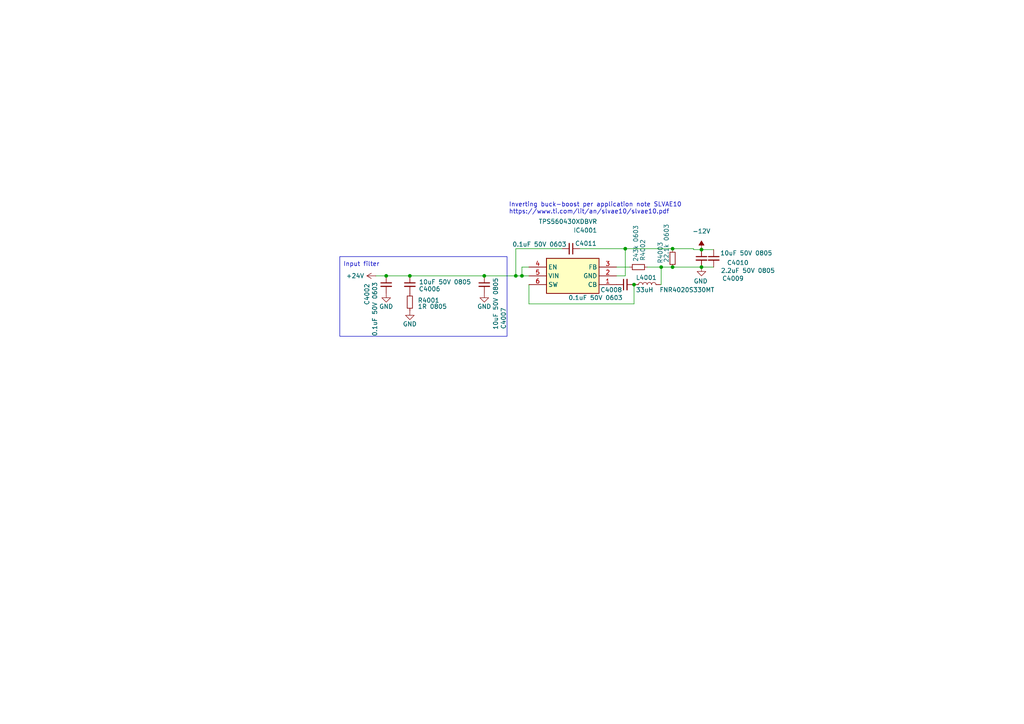
<source format=kicad_sch>
(kicad_sch (version 20231120) (generator "eeschema") (generator_version "8.0")
  (paper "A4")
  (lib_symbols
    (symbol "C_Small_1" (pin_numbers hide) (pin_names (offset 0.254) hide)
      (property "Reference" "C12002" (at 10.922 -2.032 0))
      (property "Value" "10uF 50V 0805" (at 17.78 0.762 0))
      (symbol "C_Small_1_0_1"
        (polyline (pts (xy -1.524 -0.508) (xy 1.524 -0.508)) (stroke (width 0.3302)))
        (polyline (pts (xy -1.524 0.508) (xy 1.524 0.508)) (stroke (width 0.3048)))
      )
      (symbol "C_Small_1_1_1"
        (pin passive line (at 0 2.54 270) (length 2.032) (name "~") (number "1"))
        (pin passive line (at 0 -2.54 90) (length 2.032) (name "~") (number "2"))
      )
    )
    (symbol "C_Small_2" (pin_numbers hide) (pin_names (offset 0.254) hide)
      (property "Reference" "C12003" (at 10.922 -2.032 0))
      (property "Value" "10uF 50V 0805" (at 17.78 0.762 0))
      (symbol "C_Small_2_0_1"
        (polyline (pts (xy -1.524 -0.508) (xy 1.524 -0.508)) (stroke (width 0.3302)))
        (polyline (pts (xy -1.524 0.508) (xy 1.524 0.508)) (stroke (width 0.3048)))
      )
      (symbol "C_Small_2_1_1"
        (pin passive line (at 0 2.54 270) (length 2.032) (name "~") (number "1"))
        (pin passive line (at 0 -2.54 90) (length 2.032) (name "~") (number "2"))
      )
    )
    (symbol "Device:C_Small" (pin_numbers hide) (pin_names (offset 0.254) hide)
      (property "Reference" "C" (at 0.254 1.778 0))
      (property "Value" "C_Small" (at 0.254 -2.032 0))
      (symbol "C_Small_0_1"
        (polyline (pts (xy -1.524 -0.508) (xy 1.524 -0.508)) (stroke (width 0.3302)))
        (polyline (pts (xy -1.524 0.508) (xy 1.524 0.508)) (stroke (width 0.3048)))
      )
      (symbol "C_Small_1_1"
        (pin passive line (at 0 2.54 270) (length 2.032) (name "~") (number "1"))
        (pin passive line (at 0 -2.54 90) (length 2.032) (name "~") (number "2"))
      )
    )
    (symbol "Device:L" (pin_numbers hide) (pin_names (offset 1.016) hide)
      (property "Reference" "L" (at -1.27 0 90))
      (property "Value" "L" (at 1.905 0 90))
      (symbol "L_0_1"
        (arc (start 0 -2.54) (mid 0.6323 -1.905) (end 0 -1.27))
        (arc (start 0 -1.27) (mid 0.6323 -0.635) (end 0 0))
        (arc (start 0 0) (mid 0.6323 0.635) (end 0 1.27))
        (arc (start 0 1.27) (mid 0.6323 1.905) (end 0 2.54))
      )
      (symbol "L_1_1"
        (pin passive line (at 0 3.81 270) (length 1.27) (name "1") (number "1"))
        (pin passive line (at 0 -3.81 90) (length 1.27) (name "2") (number "2"))
      )
    )
    (symbol "Device:R_Small" (pin_numbers hide) (pin_names (offset 0.254) hide)
      (property "Reference" "R" (at 0.762 0.508 0))
      (property "Value" "R_Small" (at 0.762 -1.016 0))
      (symbol "R_Small_0_1"
        (rectangle (start -0.762 1.778) (end 0.762 -1.778) (stroke (width 0.2032)))
      )
      (symbol "R_Small_1_1"
        (pin passive line (at 0 2.54 270) (length 0.762) (name "~") (number "1"))
        (pin passive line (at 0 -2.54 90) (length 0.762) (name "~") (number "2"))
      )
    )
    (symbol "R_Small_1" (pin_numbers hide) (pin_names (offset 0.254) hide)
      (property "Reference" "R12003" (at 2.286 1.2701 0))
      (property "Value" "1R 0805" (at 2.286 -1.2699 0))
      (symbol "R_Small_1_0_1"
        (rectangle (start -0.762 1.778) (end 0.762 -1.778) (stroke (width 0.2032)))
      )
      (symbol "R_Small_1_1_1"
        (pin passive line (at 0 2.54 270) (length 0.762) (name "~") (number "1"))
        (pin passive line (at 0 -2.54 90) (length 0.762) (name "~") (number "2"))
      )
    )
    (symbol "aaa:TPS560430XDBVR"
      (property "Reference" "IC12001" (at 5.08 -11.176 0))
      (property "Value" "TPS560430XDBVR" (at 5.08 -13.716 0))
      (symbol "TPS560430XDBVR_1_1"
        (rectangle (start 5.08 2.54) (end 20.32 -7.62) (stroke (width 0.254)) (fill (type background)))
        (pin passive line (at 0 0 0) (length 5.08) (name "CB") (number "1"))
        (pin passive line (at 0 -2.54 0) (length 5.08) (name "GND") (number "2"))
        (pin passive line (at 0 -5.08 0) (length 5.08) (name "FB") (number "3"))
        (pin passive line (at 25.4 -5.08 180) (length 5.08) (name "EN") (number "4"))
        (pin passive line (at 25.4 -2.54 180) (length 5.08) (name "VIN") (number "5"))
        (pin passive line (at 25.4 0 180) (length 5.08) (name "SW") (number "6"))
      )
    )
    (symbol "power:+24V" (power) (pin_numbers hide) (pin_names (offset 0) hide)
      (property "Value" "+24V" (at 0 3.556 0))
      (symbol "+24V_0_1"
        (polyline (pts (xy -0.762 1.27) (xy 0 2.54)))
        (polyline (pts (xy 0 0) (xy 0 2.54)))
        (polyline (pts (xy 0 2.54) (xy 0.762 1.27)))
      )
      (symbol "+24V_1_1"
        (pin power_in line (at 0 0 90) (length 0) (name "~") (number "1"))
      )
    )
    (symbol "power:-12V" (power) (pin_numbers hide) (pin_names (offset 0) hide)
      (property "Value" "-12V" (at 0 3.556 0))
      (symbol "-12V_0_0"
        (pin power_in line (at 0 0 90) (length 0) (name "~") (number "1"))
      )
      (symbol "-12V_0_1"
        (polyline (pts (xy 0 0) (xy 0 1.27) (xy 0.762 1.27) (xy 0 2.54) (xy -0.762 1.27) (xy 0 1.27)) (fill (type outline)))
      )
    )
    (symbol "power:GND" (power) (pin_names (offset 0))
      (property "Value" "GND" (at 0 -3.81 0))
      (symbol "GND_0_1"
        (polyline (pts (xy 0 0) (xy 0 -1.27) (xy 1.27 -1.27) (xy 0 -2.54) (xy -1.27 -1.27) (xy 0 -1.27)))
      )
      (symbol "GND_1_1"
        (pin power_in line (at 0 0 270) (length 0) hide (name "GND") (number "1"))
      )
    )
  )
  (junction (at 191.77 77.47))
  (junction (at 149.606 80.01))
  (junction (at 118.872 80.01))
  (junction (at 112.014 80.01))
  (junction (at 195.072 72.136))
  (junction (at 195.072 77.47))
  (junction (at 183.896 82.55))
  (junction (at 181.356 72.136))
  (junction (at 140.462 80.01))
  (junction (at 203.454 72.39))
  (junction (at 203.454 77.47))
  (junction (at 151.384 80.01))
  (wire (pts (xy 203.454 72.39) (xy 207.01 72.39)))
  (wire (pts (xy 191.516 82.55) (xy 191.77 82.55)))
  (wire (pts (xy 118.872 80.01) (xy 140.462 80.01)))
  (wire (pts (xy 201.168 72.39) (xy 203.454 72.39)))
  (wire (pts (xy 153.416 88.138) (xy 183.896 88.138)))
  (wire (pts (xy 153.416 82.55) (xy 153.416 88.138)))
  (wire (pts (xy 187.706 77.47) (xy 191.77 77.47)))
  (wire (pts (xy 178.816 77.47) (xy 182.626 77.47)))
  (wire (pts (xy 183.896 88.138) (xy 183.896 82.55)))
  (wire (pts (xy 149.606 72.136) (xy 163.068 72.136)))
  (wire (pts (xy 149.606 72.136) (xy 149.606 80.01)))
  (wire (pts (xy 181.356 80.01) (xy 178.816 80.01)))
  (wire (pts (xy 195.072 72.136) (xy 181.356 72.136)))
  (wire (pts (xy 201.168 72.136) (xy 201.168 72.39)))
  (wire (pts (xy 151.384 77.47) (xy 151.384 80.01)))
  (wire (pts (xy 168.148 72.136) (xy 181.356 72.136)))
  (wire (pts (xy 153.416 77.47) (xy 151.384 77.47)))
  (wire (pts (xy 149.606 80.01) (xy 151.384 80.01)))
  (wire (pts (xy 203.454 77.47) (xy 207.01 77.47)))
  (wire (pts (xy 191.77 82.55) (xy 191.77 77.47)))
  (wire (pts (xy 112.014 80.01) (xy 108.966 80.01)))
  (wire (pts (xy 118.872 80.01) (xy 112.014 80.01)))
  (wire (pts (xy 151.384 80.01) (xy 153.416 80.01)))
  (wire (pts (xy 181.356 72.136) (xy 181.356 80.01)))
  (wire (pts (xy 195.072 72.39) (xy 195.072 72.136)))
  (wire (pts (xy 140.462 80.01) (xy 149.606 80.01)))
  (wire (pts (xy 195.072 72.136) (xy 201.168 72.136)))
  (wire (pts (xy 191.77 77.47) (xy 195.072 77.47)))
  (wire (pts (xy 195.072 77.47) (xy 203.454 77.47)))
  (rectangle (start 98.552 74.422) (end 147.066 97.536))
  (text "Inverting buck-boost per application note SLVAE10 \nhttps://www.ti.com/lit/an/slvae10/slvae10.pdf" (at 147.574 62.23 0) (effects (font (size 1.27 1.27)) (justify left bottom)))
  (text "Input filter" (at 99.568 77.47 0) (effects (font (size 1.27 1.27)) (justify left bottom)))
  (symbol (lib_id "Device:C_Small") (at 112.014 82.55 0) (unit 1)
    (property "Reference" "C4002" (at 106.426 85.344 90))
    (property "Value" "0.1uF 50V 0603" (at 108.712 89.662 90))
    (property "Footprint" "Capacitor_SMD:C_0603_1608Metric" (effects (hide yes)))
    (property "Description" "Unpolarized capacitor, small symbol" (effects (hide yes)))
    (property "LCSC" "C14663" (effects (hide yes)))
  )
  (symbol (lib_id "Device:C_Small") (at 181.356 82.55 90) (unit 1)
    (property "Reference" "C4008" (at 177.292 84.074 90))
    (property "Value" "0.1uF 50V 0603" (at 172.72 86.36 90))
    (property "Footprint" "Capacitor_SMD:C_0603_1608Metric" (effects (hide yes)))
    (property "Description" "Unpolarized capacitor, small symbol" (effects (hide yes)))
    (property "LCSC" "C14663" (effects (hide yes)))
  )
  (symbol (lib_name "C_Small_2") (lib_id "Device:C_Small") (at 140.462 82.55 0) (unit 1)
    (property "Reference" "C4007" (at 146.05 89.154 90) (effects (justify right)))
    (property "Value" "10uF 50V 0805" (at 143.764 80.518 90) (effects (justify right)))
    (property "Footprint" "Capacitor_SMD:C_0805_2012Metric" (effects (hide yes)))
    (property "LCSC" "C440198" (effects (hide yes)))
  )
  (symbol (lib_name "C_Small_1") (lib_id "Device:C_Small") (at 118.872 82.55 0) (unit 1)
    (property "Reference" "C4006" (at 127.762 83.82 0) (effects (justify right)))
    (property "Value" "10uF 50V 0805" (at 136.652 81.788 0) (effects (justify right)))
    (property "Footprint" "Capacitor_SMD:C_0805_2012Metric" (effects (hide yes)))
    (property "LCSC" "C440198" (effects (hide yes)))
  )
  (symbol (lib_id "Device:C_Small") (at 207.01 74.93 0) (unit 1)
    (property "Reference" "C4010" (at 217.17 76.2 0) (effects (justify right)))
    (property "Value" "10uF 50V 0805" (at 224.028 73.406 0) (effects (justify right)))
    (property "Footprint" "Capacitor_SMD:C_0805_2012Metric" (effects (hide yes)))
    (property "LCSC" "C440198" (effects (hide yes)))
  )
  (symbol (lib_id "Device:C_Small") (at 165.608 72.136 270) (unit 1)
    (property "Reference" "C4011" (at 169.926 70.612 90))
    (property "Value" "0.1uF 50V 0603" (at 156.464 70.866 90))
    (property "Footprint" "Capacitor_SMD:C_0603_1608Metric" (effects (hide yes)))
    (property "Description" "Unpolarized capacitor, small symbol" (effects (hide yes)))
    (property "LCSC" "C14663" (effects (hide yes)))
  )
  (symbol (lib_id "Device:L") (at 187.706 82.55 90) (unit 1)
    (property "Reference" "L4001" (at 187.452 80.518 90))
    (property "Value" "33uH  FNR4020S330MT" (at 195.834 84.074 90))
    (property "Footprint" "aaa:INDPM4040X300N" (effects (hide yes)))
    (property "Description" "Inductor" (effects (hide yes)))
    (property "LCSC" "C167840" (effects (hide yes)))
  )
  (symbol (lib_id "power:-12V") (at 203.454 72.39 0) (unit 1)
    (property "Reference" "#PWR4011" (effects (hide yes)))
    (property "Value" "-12V" (at 203.454 67.056 0))
    (property "Description" "Power symbol creates a global label with name \"-12V\"" (effects (hide yes)))
  )
  (symbol (lib_name "R_Small_1") (lib_id "Device:R_Small") (at 118.872 87.63 0) (unit 1)
    (property "Reference" "R4001" (at 121.158 87.122 0) (effects (justify left)))
    (property "Value" "1R 0805" (at 121.158 88.8999 0) (effects (justify left)))
    (property "Footprint" "Resistor_SMD:R_0805_2012Metric" (effects (hide yes)))
    (property "Description" "Resistor, small symbol" (effects (hide yes)))
    (property "LCSC" "C25271" (effects (hide yes)))
  )
  (symbol (lib_id "power:GND") (at 203.454 77.47 0) (mirror y) (unit 1)
    (property "Reference" "#PWR4008" (effects (hide yes)))
    (property "Value" "GND" (at 201.168 81.534 0) (effects (justify right)))
  )
  (symbol (lib_id "power:+24V") (at 108.966 80.01 90) (unit 1)
    (property "Reference" "#PWR4004" (effects (hide yes)))
    (property "Value" "+24V" (at 105.664 80.0099 90) (effects (justify left)))
    (property "Description" "Power symbol creates a global label with name \"+24V\"" (effects (hide yes)))
  )
  (symbol (lib_id "Device:R_Small") (at 195.072 74.93 180) (unit 1)
    (property "Reference" "R4003" (at 191.5161 76.454 90) (effects (justify right)))
    (property "Value" "22.1k 0603" (at 193.294 76.2 90) (effects (justify right)))
    (property "Footprint" "Resistor_SMD:R_0603_1608Metric" (effects (hide yes)))
    (property "Description" "Resistor, small symbol" (effects (hide yes)))
    (property "LCSC" "C25961" (effects (hide yes)))
  )
  (symbol (lib_id "aaa:TPS560430XDBVR") (at 178.816 82.55 180) (unit 1)
    (property "Reference" "IC4001" (at 173.228 66.802 0) (effects (justify left)))
    (property "Value" "TPS560430XDBVR" (at 173.228 64.262 0) (effects (justify left)))
    (property "Footprint" "Package_TO_SOT_SMD:SOT-23-6" (effects (hide yes)))
    (property "Datasheet" "http://www.ti.com/lit/gpn/tps560430" (effects (hide yes)))
    (property "Description" "SIMPLE SWITCHER 36-V, 600-mA Buck Regulator With High-Efficiency Sleep Mode" (effects (hide yes)))
    (property "Height" "1.45" (effects (hide yes)))
    (property "Manufacturer_Name" "Texas Instruments" (effects (hide yes)))
    (property "Manufacturer_Part_Number" "TPS560430XDBVR" (effects (hide yes)))
    (property "Mouser Part Number" "595-TPS560430XDBVR" (effects (hide yes)))
    (property "Mouser Price/Stock" "https://www.mouser.co.uk/ProductDetail/Texas-Instruments/TPS560430XDBVR?qs=%252BEew9%252B0nqrDFUDwUxL0Ntw%3D%3D" (effects (hide yes)))
    (property "Arrow Part Number" "TPS560430XDBVR" (effects (hide yes)))
    (property "Arrow Price/Stock" "https://www.arrow.com/en/products/tps560430xdbvr/texas-instruments?region=nac" (effects (hide yes)))
  )
  (symbol (lib_id "power:GND") (at 140.462 85.09 0) (unit 1)
    (property "Reference" "#PWR4007" (effects (hide yes)))
    (property "Value" "GND" (at 142.494 88.9 0) (effects (justify right)))
  )
  (symbol (lib_id "Device:C_Small") (at 203.454 74.93 0) (unit 1)
    (property "Reference" "C4009" (at 212.598 80.772 0))
    (property "Value" "2.2uF 50V 0805" (at 216.916 78.486 0))
    (property "Footprint" "Capacitor_SMD:C_0805_2012Metric" (effects (hide yes)))
    (property "LCSC" "C377773" (effects (hide yes)))
  )
  (symbol (lib_id "Device:R_Small") (at 185.166 77.47 90) (unit 1)
    (property "Reference" "R4002" (at 186.436 75.692 0) (effects (justify left)))
    (property "Value" "243k 0603" (at 184.404 75.946 0) (effects (justify left)))
    (property "Footprint" "Resistor_SMD:R_0603_1608Metric" (effects (hide yes)))
    (property "Description" "Resistor, small symbol" (effects (hide yes)))
    (property "LCSC" "C23351" (effects (hide yes)))
  )
  (symbol (lib_id "power:GND") (at 118.872 90.17 0) (unit 1)
    (property "Reference" "#PWR4006" (effects (hide yes)))
    (property "Value" "GND" (at 120.904 93.98 0) (effects (justify right)))
  )
  (symbol (lib_id "power:GND") (at 112.014 85.09 0) (unit 1)
    (property "Reference" "#PWR4005" (effects (hide yes)))
    (property "Value" "GND" (at 114.046 88.9 0) (effects (justify right)))
  )
)
</source>
